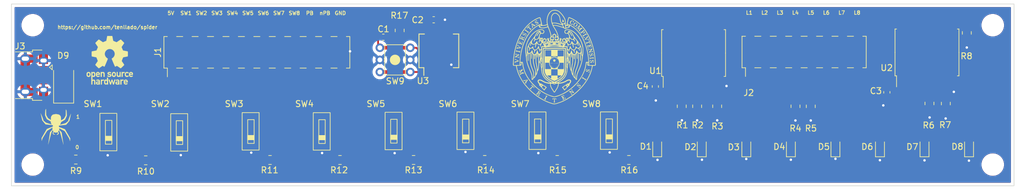
<source format=kicad_pcb>
(kicad_pcb (version 20211014) (generator pcbnew)
  (layers (0 "F.Cu" signal) (31 "B.Cu" signal) (34 "B.Paste" user) (35 "F.Paste" user) (36 "B.SilkS" user "B.Silkscreen") (37 "F.SilkS" user "F.Silkscreen") (38 "B.Mask" user) (39 "F.Mask" user) (44 "Edge.Cuts" user))
  (net 0 "")
  (net 1 "Net-(C1-Pad1)")
  (net 2 "Net-(C1-Pad2)")
  (net 3 "VCC")
  (net 4 "GND")
  (net 5 "Net-(D1-Pad2)")
  (net 6 "Net-(D2-Pad2)")
  (net 7 "Net-(D3-Pad2)")
  (net 8 "Net-(D4-Pad2)")
  (net 9 "Net-(D5-Pad2)")
  (net 10 "Net-(D6-Pad2)")
  (net 11 "Net-(D7-Pad2)")
  (net 12 "Net-(D8-Pad2)")
  (net 13 "Net-(D9-Pad2)")
  (net 14 "/SW1")
  (net 15 "/SW2")
  (net 16 "/SW3")
  (net 17 "/SW4")
  (net 18 "/SW5")
  (net 19 "/SW6")
  (net 20 "/SW7")
  (net 21 "/SW8")
  (net 22 "/PB1")
  (net 23 "/nPB1")
  (net 24 "/LED1")
  (net 25 "/LED2")
  (net 26 "/LED3")
  (net 27 "/LED4")
  (net 28 "/LED5")
  (net 29 "/LED6")
  (net 30 "/LED7")
  (net 31 "/LED8")
  (net 32 "Net-(R9-Pad2)")
  (net 33 "Net-(R10-Pad2)")
  (net 34 "Net-(R11-Pad2)")
  (net 35 "Net-(R12-Pad2)")
  (net 36 "Net-(R13-Pad2)")
  (net 37 "Net-(R14-Pad2)")
  (net 38 "Net-(R15-Pad2)")
  (net 39 "Net-(R16-Pad2)")
  (net 47 "Net-(SW9-Pad1)")
  (footprint "spider:SW_DPDT" (layer "F.Cu") (at 124.743214 70.9099 90)
    (fp_text reference "SW6")
    (fp_text value "SW_DPDT_x2")
  )
  (footprint "LED_SMD:LED_0603_1608Metric_Pad1.05x0.95mm_HandSolder" (layer "F.Cu") (at 207.59932 73.5533 90)
    (fp_text reference "D8")
    (fp_text value "z")
  )
  (footprint "spider:SW_DPDT" (layer "F.Cu") (at 112.918156 70.9499 90)
    (fp_text reference "SW5")
    (fp_text value "SW_DPDT_x2")
  )
  (footprint "Resistor_SMD:R_0805_2012Metric_Pad1.20x1.40mm_HandSolder" (layer "F.Cu") (at 104.0691 75.7359)
    (fp_text reference "R12")
    (fp_text value "1K")
  )
  (footprint "LED_SMD:LED_0603_1608Metric_Pad1.05x0.95mm_HandSolder" (layer "F.Cu") (at 192.935508 73.5533 90)
    (fp_text reference "D6")
    (fp_text value "z")
  )
  (footprint "Resistor_SMD:R_0805_2012Metric_Pad1.20x1.40mm_HandSolder" (layer "F.Cu") (at 166.147877 66.8751 -90)
    (fp_text reference "R3")
    (fp_text value "3.3K")
  )
  (footprint "LED_SMD:LED_0603_1608Metric_Pad1.05x0.95mm_HandSolder" (layer "F.Cu") (at 170.93979 73.5533 90)
    (fp_text reference "D3")
    (fp_text value "z")
  )
  (footprint "spider:SW_DPDT" (layer "F.Cu") (at 65.9678 71.1277 90)
    (fp_text reference "SW1")
    (fp_text value "SW_DPDT_x2")
  )
  (footprint "Connector_USB:USB_Micro-B_Amphenol_10103594-0001LF_Horizontal" (layer "F.Cu") (at 53.396 61.7766 -90)
    (fp_text reference "J3")
    (fp_text value "USB_B_Micro")
  )
  (footprint "MountingHole:MountingHole_2.7mm_M2.5" (layer "F.Cu") (at 211.5 53.5)
    (fp_text reference "H3" hide)
    (fp_text value "MountingHole")
  )
  (footprint "spider:SW_DPDT" (layer "F.Cu") (at 148.3507 70.8845 90)
    (fp_text reference "SW8")
    (fp_text value "SW_DPDT_x2")
  )
  (footprint "Package_SO:SSOP-14_5.3x6.2mm_P0.65mm" (layer "F.Cu") (at 120.34 57.732949 90)
    (fp_text reference "U3")
    (fp_text value "74LS14")
  )
  (footprint "Resistor_SMD:R_0805_2012Metric_Pad1.20x1.40mm_HandSolder" (layer "F.Cu") (at 207.227014 54.7687 -90)
    (fp_text reference "R8")
    (fp_text value "3.3K")
  )
  (footprint "MountingHole:MountingHole_2.7mm_M2.5" (layer "F.Cu") (at 211.5 76.5)
    (fp_text reference "H4" hide)
    (fp_text value "MountingHole")
  )
  (footprint "LED_SMD:LED_0603_1608Metric_Pad1.05x0.95mm_HandSolder" (layer "F.Cu") (at 185.603602 73.5533 90)
    (fp_text reference "D5")
    (fp_text value "z")
  )
  (footprint "Package_SO:SOIC-16W_7.5x10.3mm_P1.27mm" (layer "F.Cu") (at 200.673814 57.9945 90)
    (fp_text reference "U2")
    (fp_text value "CD4050")
  )
  (footprint "Resistor_SMD:R_0805_2012Metric_Pad1.20x1.40mm_HandSolder" (layer "F.Cu") (at 162.853214 66.8751 -90)
    (fp_text reference "R2")
    (fp_text value "3.3K")
  )
  (footprint "spider:SW_DPDT" (layer "F.Cu") (at 101.0881 71.0115 90)
    (fp_text reference "SW4")
    (fp_text value "SW_DPDT_x2")
  )
  (footprint "Capacitor_SMD:C_0603_1608Metric_Pad1.08x0.95mm_HandSolder" (layer "F.Cu") (at 194.069814 64.5731 -90)
    (fp_text reference "C3")
    (fp_text value "0.1uF")
  )
  (footprint "Resistor_SMD:R_0805_2012Metric_Pad1.20x1.40mm_HandSolder" (layer "F.Cu") (at 113.893 54.362949 -90)
    (fp_text reference "R17")
    (fp_text value "3.3K")
  )
  (footprint "spider:SW_DPDT" (layer "F.Cu") (at 136.594128 70.8939 90)
    (fp_text reference "SW7")
    (fp_text value "SW_DPDT_x2")
  )
  (footprint "Package_SO:SOIC-16W_7.5x10.3mm_P1.27mm" (layer "F.Cu") (at 162.269014 58.0961 90)
    (fp_text reference "U1")
    (fp_text value "CD4050")
  )
  (footprint "spider:TL2230OAF140" (layer "F.Cu") (at 113.131 59.220949 90)
    (fp_text reference "SW9")
    (fp_text value "SW_Push_DPDT")
  )
  (footprint "Capacitor_SMD:C_0603_1608Metric_Pad1.08x0.95mm_HandSolder" (layer "F.Cu") (at 119.491628 52.602149)
    (fp_text reference "C2")
    (fp_text value "0.1uF")
  )
  (footprint "Resistor_SMD:R_0805_2012Metric_Pad1.20x1.40mm_HandSolder" (layer "F.Cu") (at 60.590528 75.6691)
    (fp_text reference "R9")
    (fp_text value "1K")
  )
  (footprint "Connector_PinHeader_2.54mm:PinHeader_2x12_P2.54mm_Vertical_SMD" (layer "F.Cu") (at 90.384086 57.9761 90)
    (fp_text reference "J1")
    (fp_text value "Conn_02x12_Odd_Even")
  )
  (footprint "Resistor_SMD:R_0805_2012Metric_Pad1.20x1.40mm_HandSolder" (layer "F.Cu") (at 92.5563 75.7359)
    (fp_text reference "R11")
    (fp_text value "1K")
  )
  (footprint "Capacitor_SMD:C_0603_1608Metric_Pad1.08x0.95mm_HandSolder" (layer "F.Cu") (at 155.969814 63.6068 -90)
    (fp_text reference "C4")
    (fp_text value "0.1uF")
  )
  (footprint "Resistor_SMD:R_0805_2012Metric_Pad1.20x1.40mm_HandSolder" (layer "F.Cu") (at 151.6113 75.7359)
    (fp_text reference "R16")
    (fp_text value "1K")
  )
  (footprint "spider:spider_logo" (layer "F.Cu") (at 57.3 70.25)
    (fp_text reference "LOGO3" hide)
    (fp_text value "Logo Spider" hide)
  )
  (footprint "Resistor_SMD:R_0805_2012Metric_Pad1.20x1.40mm_HandSolder" (layer "F.Cu") (at 201.080214 66.4113 -90)
    (fp_text reference "R6")
    (fp_text value "3.3K")
  )
  (footprint "LED_SMD:LED_0603_1608Metric_Pad1.05x0.95mm_HandSolder" (layer "F.Cu") (at 200.267414 73.5533 90)
    (fp_text reference "D7")
    (fp_text value "z")
  )
  (footprint "spider:UCMLogo_169_169" (layer "F.Cu") (at 139.504514 58.9865)
    (fp_text reference "LOGO1" hide)
    (fp_text value "Logo UCM" hide)
  )
  (footprint "MountingHole:MountingHole_2.7mm_M2.5" (layer "F.Cu") (at 53.5 76.5)
    (fp_text reference "H2" hide)
    (fp_text value "MountingHole")
  )
  (footprint "Resistor_SMD:R_0805_2012Metric_Pad1.20x1.40mm_HandSolder" (layer "F.Cu") (at 139.8163 75.7359)
    (fp_text reference "R15")
    (fp_text value "1K")
  )
  (footprint "LED_SMD:LED_0603_1608Metric_Pad1.05x0.95mm_HandSolder" (layer "F.Cu") (at 163.607884 73.5533 90)
    (fp_text reference "D2")
    (fp_text value "z")
  )
  (footprint "Resistor_SMD:R_0805_2012Metric_Pad1.20x1.40mm_HandSolder" (layer "F.Cu") (at 160.313214 66.8751 -90)
    (fp_text reference "R1")
    (fp_text value "3.3K")
  )
  (footprint "Resistor_SMD:R_0805_2012Metric_Pad1.20x1.40mm_HandSolder" (layer "F.Cu") (at 203.772614 66.4273 -90)
    (fp_text reference "R7")
    (fp_text value "3.3K")
  )
  (footprint "Resistor_SMD:R_0805_2012Metric_Pad1.20x1.40mm_HandSolder" (layer "F.Cu") (at 116.1783 75.7359)
    (fp_text reference "R13")
    (fp_text value "1K")
  )
  (footprint "LED_SMD:LED_0603_1608Metric_Pad1.05x0.95mm_HandSolder" (layer "F.Cu") (at 178.271696 73.5533 90)
    (fp_text reference "D4")
    (fp_text value "z")
  )
  (footprint "Resistor_SMD:R_0805_2012Metric_Pad1.20x1.40mm_HandSolder" (layer "F.Cu") (at 72.096728 75.7961)
    (fp_text reference "R10")
    (fp_text value "1K")
  )
  (footprint "spider:SW_DPDT" (layer "F.Cu") (at 77.6303 71.1785 90)
    (fp_text reference "SW2")
    (fp_text value "SW_DPDT_x2")
  )
  (footprint "spider:SW_DPDT" (layer "F.Cu") (at 89.390314 71.0007 90)
    (fp_text reference "SW3")
    (fp_text value "SW_DPDT_x2")
  )
  (footprint "Resistor_SMD:R_0805_2012Metric_Pad1.20x1.40mm_HandSolder" (layer "F.Cu") (at 127.8877 75.7359)
    (fp_text reference "R14")
    (fp_text value "1K")
  )
  (footprint "LED_SMD:LED_0603_1608Metric_Pad1.05x0.95mm_HandSolder" (layer "F.Cu") (at 156.275978 73.5533 90)
    (fp_text reference "D1")
    (fp_text value "z")
  )
  (footprint "Resistor_SMD:R_0805_2012Metric_Pad1.20x1.40mm_HandSolder" (layer "F.Cu") (at 179.033014 66.8751 -90)
    (fp_text reference "R4")
    (fp_text value "3.3K")
  )
  (footprint "Diode_SMD:D_SMA" (layer "F.Cu") (at 58.59 62.95 90)
    (fp_text reference "D9")
    (fp_text value "~")
  )
  (footprint "Resistor_SMD:R_0805_2012Metric_Pad1.20x1.40mm_HandSolder" (layer "F.Cu") (at 181.547614 66.8845 -90)
    (fp_text reference "R5")
    (fp_text value "3.3K")
  )
  (footprint "MountingHole:MountingHole_2.7mm_M2.5" (layer "F.Cu") (at 53.5 53.5)
    (fp_text reference "H1" hide)
    (fp_text value "MountingHole")
  )
  (footprint "Connector_PinHeader_2.54mm:PinHeader_2x08_P2.54mm_Vertical_SMD" (layer "F.Cu") (at 180.455414 57.9183 90)
    (fp_text reference "J2")
    (fp_text value "Conn_02x08_Odd_Even")
  )
  (footprint "Capacitor_SMD:C_0603_1608Metric_Pad1.08x0.95mm_HandSolder" (layer "F.Cu") (at 111.2006 55.480549)
    (fp_text reference "C1")
    (fp_text value "0.1uF")
  )
  (footprint "Symbol:OSHW-Logo_7.5x8mm_SilkScreen" (layer "F.Cu") (at 66.17 59.28)
    (fp_text reference "LOGO2" hide)
    (fp_text value "Logo OpenHW" hide)
  )
  (gr_rect (start 50 50) (end 215 80) (layer "Edge.Cuts") (width 0.1) (fill none))
  (gr_text "SW4" (at 86.367257 51.5095) (layer "F.SilkS") (effects (font (size 0.6 0.6) (thickness 0.12))))
  (gr_text "L4" (at 179.025756 51.4413) (layer "F.SilkS") (effects (font (size 0.6 0.6) (thickness 0.12))))
  (gr_text "L5" (at 181.562127 51.4413) (layer "F.SilkS") (effects (font (size 0.6 0.6) (thickness 0.12))))
  (gr_text "https://github.com/tenllado/spider" (at 65.79 53.83) (layer "F.SilkS") (effects (font (size 0.6 0.6) (thickness 0.12))))
  (gr_text "SW1" (at 78.725486 51.5095) (layer "F.SilkS") (effects (font (size 0.6 0.6) (thickness 0.12))))
  (gr_text "0" (at 60.8166 73.6473) (layer "F.SilkS") (effects (font (size 0.6 0.6) (thickness 0.12))))
  (gr_text "5V" (at 76.236286 51.5095) (layer "F.SilkS") (effects (font (size 0.6 0.6) (thickness 0.12))))
  (gr_text "SW6" (at 91.461771 51.5095) (layer "F.SilkS") (effects (font (size 0.6 0.6) (thickness 0.12))))
  (gr_text "SW8" (at 96.556286 51.5095) (layer "F.SilkS") (effects (font (size 0.6 0.6) (thickness 0.12))))
  (gr_text "L6" (at 184.098498 51.4413) (layer "F.SilkS") (effects (font (size 0.6 0.6) (thickness 0.12))))
  (gr_text "SW7" (at 94.009028 51.5095) (layer "F.SilkS") (effects (font (size 0.6 0.6) (thickness 0.12))))
  (gr_text "L7" (at 186.634869 51.4413) (layer "F.SilkS") (effects (font (size 0.6 0.6) (thickness 0.12))))
  (gr_text "SW3" (at 83.82 51.5095) (layer "F.SilkS") (effects (font (size 0.6 0.6) (thickness 0.12))))
  (gr_text "L3" (at 176.489385 51.4413) (layer "F.SilkS") (effects (font (size 0.6 0.6) (thickness 0.12))))
  (gr_text "SW5" (at 88.914514 51.5095) (layer "F.SilkS") (effects (font (size 0.6 0.6) (thickness 0.12))))
  (gr_text "GND" (at 104.125486 51.5095) (layer "F.SilkS") (effects (font (size 0.6 0.6) (thickness 0.12))))
  (gr_text "L1" (at 171.416643 51.4413) (layer "F.SilkS") (effects (font (size 0.6 0.6) (thickness 0.12))))
  (gr_text "nPB" (at 101.585486 51.5095) (layer "F.SilkS") (effects (font (size 0.6 0.6) (thickness 0.12))))
  (gr_text "L8" (at 189.171243 51.4413) (layer "F.SilkS") (effects (font (size 0.6 0.6) (thickness 0.12))))
  (gr_text "PB" (at 99.096286 51.5095) (layer "F.SilkS") (effects (font (size 0.6 0.6) (thickness 0.12))))
  (gr_text "L2" (at 173.953014 51.4413) (layer "F.SilkS") (effects (font (size 0.6 0.6) (thickness 0.12))))
  (gr_text "SW2" (at 81.272743 51.5095) (layer "F.SilkS") (effects (font (size 0.6 0.6) (thickness 0.12))))
  (gr_text "1" (at 60.9436 68.6181) (layer "F.SilkS") (effects (font (size 0.6 0.6) (thickness 0.12))))
  (segment (start 116.620949 57.220949) (end 119.69 60.29) (width 0.3) (layer "F.Cu") (net 1))
  (segment (start 115.631 57.220949) (end 110.631 57.220949) (width 0.6) (layer "F.Cu") (net 1))
  (segment (start 110.3381 55.480549) (end 110.3381 56.928049) (width 0.3) (layer "F.Cu") (net 1))
  (segment (start 119.04 61.182949) (end 119.69 61.182949) (width 0.3) (layer "F.Cu") (net 1))
  (segment (start 115.631 57.220949) (end 116.620949 57.220949) (width 0.3) (layer "F.Cu") (net 1))
  (segment (start 110.3381 56.928049) (end 110.631 57.220949) (width 0.3) (layer "F.Cu") (net 1))
  (segment (start 119.69 60.29) (end 119.69 61.182949) (width 0.3) (layer "F.Cu") (net 1))
  (segment (start 115.122231 55.73198) (end 116.951031 55.73198) (width 0.3) (layer "F.Cu") (net 2))
  (segment (start 113.893 55.362949) (end 114.7532 55.362949) (width 0.3) (layer "F.Cu") (net 2))
  (segment (start 116.951031 55.73198) (end 120.99 59.770949) (width 0.3) (layer "F.Cu") (net 2))
  (segment (start 120.99 59.770949) (end 120.99 61.182949) (width 0.3) (layer "F.Cu") (net 2))
  (segment (start 113.7754 55.480549) (end 113.893 55.362949) (width 0.3) (layer "F.Cu") (net 2))
  (segment (start 114.7532 55.362949) (end 115.122231 55.73198) (width 0.3) (layer "F.Cu") (net 2))
  (segment (start 112.0631 55.480549) (end 113.7754 55.480549) (width 0.3) (layer "F.Cu") (net 2))
  (segment (start 118.411028 54.181949) (end 118.411028 52.820249) (width 0.4) (layer "F.Cu") (net 3))
  (segment (start 118.601528 52.602149) (end 118.576128 52.576749) (width 0.3) (layer "F.Cu") (net 3))
  (segment (start 76.414086 55.4511) (end 76.414086 60.5011) (width 1) (layer "F.Cu") (net 3))
  (segment (start 118.39 54.202977) (end 118.411028 54.181949) (width 0.4) (layer "F.Cu") (net 3))
  (segment (start 118.411028 52.820249) (end 118.629128 52.602149) (width 0.4) (layer "F.Cu") (net 3))
  (segment (start 118.629128 52.602149) (end 118.601528 52.602149) (width 0.3) (layer "F.Cu") (net 3))
  (segment (start 118.39 54.282949) (end 118.39 54.202977) (width 0.4) (layer "F.Cu") (net 3))
  (segment (start 113.0487 74.5929) (end 113.0633 74.6075) (width 1.2) (layer "F.Cu") (net 4))
  (segment (start 155.969814 64.4693) (end 155.972014 64.4693) (width 0.4) (layer "F.Cu") (net 4))
  (segment (start 207.59932 74.4283) (end 207.59932 75.83366) (width 0.6) (layer "F.Cu") (net 4))
  (segment (start 101.106158 73.5115) (end 103.8381 73.5115) (width 1.2) (layer "F.Cu") (net 4))
  (segment (start 192.935508 75.765472) (end 192.92648 75.7745) (width 0.6) (layer "F.Cu") (net 4))
  (segment (start 201.080214 67.4113) (end 201.080214 68.6973) (width 0.4) (layer "F.Cu") (net 4))
  (segment (start 89.448286 73.5007) (end 92.140314 73.5007) (width 1.2) (layer "F.Cu") (net 4))
  (segment (start 160.338614 67.9005) (end 160.313214 67.8751) (width 0.4) (layer "F.Cu") (net 4))
  (segment (start 200.267414 75.799566) (end 200.26708 75.7999) (width 0.6) (layer "F.Cu") (net 4))
  (segment (start 98.3381 73.5115) (end 101.106158 73.5115) (width 1.2) (layer "F.Cu") (net 4))
  (segment (start 192.935508 74.4283) (end 192.935508 75.765472) (width 0.6) (layer "F.Cu") (net 4))
  (segment (start 178.271696 75.697284) (end 178.27068 75.6983) (width 0.6) (layer "F.Cu") (net 4))
  (segment (start 166.714014 62.7461) (end 166.893614 62.7461) (width 0.4) (layer "F.Cu") (net 4))
  (segment (start 77.855186 73.6785) (end 80.3803 73.6785) (width 1.2) (layer "F.Cu") (net 4))
  (segment (start 200.267414 74.4283) (end 200.267414 75.799566) (width 0.6) (layer "F.Cu") (net 4))
  (segment (start 162.853214 69.1959) (end 162.853214 67.8751) (width 0.4) (layer "F.Cu") (net 4))
  (segment (start 86.640314 73.5007) (end 89.448286 73.5007) (width 1.2) (layer "F.Cu") (net 4))
  (segment (start 185.603602 75.538222) (end 185.61128 75.5459) (width 0.6) (layer "F.Cu") (net 4))
  (segment (start 155.995214 64.4461) (end 156.046014 64.4969) (width 0.4) (layer "F.Cu") (net 4))
  (segment (start 122.29 61.182949) (end 122.29 60.114049) (width 0.3) (layer "F.Cu") (net 4))
  (segment (start 179.023645 67.884469) (end 179.033014 67.8751) (width 0.4) (layer "F.Cu") (net 4))
  (segment (start 104.354086 57.8087) (end 104.354086 60.5011) (width 1) (layer "F.Cu") (net 4))
  (segment (start 52.281 59.0216) (end 52.281 64.4816) (width 1.6) (layer "F.Cu") (net 4))
  (segment (start 205.118814 62.6445) (end 205.118814 64.4715) (width 0.4) (layer "F.Cu") (net 4))
  (segment (start 124.710644 73.4099) (end 124.710644 74.4043) (width 1.2) (layer "F.Cu") (net 4))
  (segment (start 133.844128 73.3939) (end 136.721044 73.3939) (width 1.2) (layer "F.Cu") (net 4))
  (segment (start 145.6007 73.3845) (end 148.4415 73.3845) (width 1.2) (layer "F.Cu") (net 4))
  (segment (start 77.855186 73.6785) (end 77.855186 74.9231) (width 1.2) (layer "F.Cu") (net 4))
  (segment (start 104.354086 55.4511) (end 104.354086 57.8087) (width 1) (layer "F.Cu") (net 4))
  (segment (start 156.275978 74.4283) (end 156.275978 75.674598) (width 0.6) (layer "F.Cu") (net 4))
  (segment (start 178.271696 74.4283) (end 178.271696 75.697284) (width 0.6) (layer "F.Cu") (net 4))
  (segment (start 163.607884 75.665904) (end 163.64028 75.6983) (width 0.6) (layer "F.Cu") (net 4))
  (segment (start 160.338614 69.1959) (end 160.338614 67.9005) (width 0.4) (layer "F.Cu") (net 4))
  (segment (start 113.0487 73.4499) (end 115.668156 73.4499) (width 1.2) (layer "F.Cu") (net 4))
  (segment (start 124.710644 73.4099) (end 127.493214 73.4099) (width 1.2) (layer "F.Cu") (net 4))
  (segment (start 74.8803 73.6785) (end 77.855186 73.6785) (width 1.2) (layer "F.Cu") (net 4))
  (segment (start 77.855186 74.9231) (end 77.869786 74.9377) (width 1.2) (layer "F.Cu") (net 4))
  (segment (start 110.168156 73.4499) (end 113.0487 73.4499) (width 1.2) (layer "F.Cu") (net 4))
  (segment (start 170.93979 74.4283) (end 170.93979 75.56159) (width 0.6) (layer "F.Cu") (net 4))
  (segment (start 55.161 64.0516) (end 55.281 64.1716) (width 0.4) (layer "F.Cu") (net 4))
  (segment (start 155.972014 64.4693) (end 155.995214 64.4461) (width 0.4) (layer "F.Cu") (net 4))
  (segment (start 120.354128 52.602149) (end 121.344728 52.602149) (width 0.3) (layer "F.Cu") (net 4))
  (segment (start 203.772614 68.8657) (end 203.747214 68.8911) (width 0.4) (layer "F.Cu") (net 4))
  (segment (start 181.546939 67.885175) (end 181.547614 67.8845) (width 0.4) (layer "F.Cu") (net 4))
  (segment (start 194.069814 66.1479) (end 193.485614 66.7321) (width 0.4) (layer "F.Cu") (net 4))
  (segment (start 148.4415 74.4805) (end 148.4523 74.4913) (width 1.2) (layer "F.Cu") (net 4))
  (segment (start 170.93979 75.56159) (end 170.93008 75.5713) (width 0.6) (layer "F.Cu") (net 4))
  (segment (start 89.448286 73.5007) (end 89.448286 74.5167) (width 1.2) (layer "F.Cu") (net 4))
  (segment (start 55.161 63.0516) (end 55.161 64.0516) (width 0.4) (layer "F.Cu") (net 4))
  (segment (start 166.155214 67.882437) (end 166.147877 67.8751) (width 0.4) (layer "F.Cu") (net 4))
  (segment (start 203.772614 67.4273) (end 203.772614 68.8657) (width 0.4) (layer "F.Cu") (net 4))
  (segment (start 101.106158 74.5783) (end 101.120758 74.5929) (width 1.2) (layer "F.Cu") (net 4))
  (segment (start 166.155214 69.1959) (end 166.155214 67.882437) (width 0.4) (layer "F.Cu") (net 4))
  (segment (start 156.275978 75.674598) (end 156.32508 75.7237) (width 0.6) (layer "F.Cu") (net 4))
  (segment (start 156.046014 64.4969) (end 156.046014 65.9193) (width 0.4) (layer "F.Cu") (net 4))
  (segment (start 104.354086 57.8087) (end 105.725686 57.8087) (width 0.4) (layer "F.Cu") (net 4))
  (segment (start 148.4415 73.3845) (end 151.1007 73.3845) (width 1.2) (layer "F.Cu") (net 4))
  (segment (start 166.893614 62.7461) (end 167.679214 63.5317) (width 0.4) (layer "F.Cu") (net 4))
  (segment (start 163.607884 74.4283) (end 163.607884 75.665904) (width 0.6) (layer "F.Cu") (net 4))
  (segment (start 122.29 60.114049) (end 122.3895 60.014549) (width 0.3) (layer "F.Cu") (net 4))
  (segment (start 194.069814 65.4356) (end 194.069814 66.1479) (width 0.4) (layer "F.Cu") (net 4))
  (segment (start 179.023645 69.2213) (end 179.023645 67.884469) (width 0.4) (layer "F.Cu") (net 4))
  (segment (start 205.118814 64.4715) (end 205.093414 64.4969) (width 0.4) (layer "F.Cu") (net 4))
  (segment (start 201.080214 68.6973) (end 201.105614 68.7227) (width 0.4) (layer "F.Cu") (net 4))
  (segment (start 207.59932 75.83366) (end 207.58228 75.8507) (width 0.6) (layer "F.Cu") (net 4))
  (segment (start 207.227014 55.7687) (end 207.227014 57.1817) (width 0.4) (layer "F.Cu") (net 4))
  (segment (start 185.603602 74.4283) (end 185.603602 75.538222) (width 0.6) (layer "F.Cu") (net 4))
  (segment (start 136.721044 73.3939) (end 139.344128 73.3939) (width 1.2) (layer "F.Cu") (net 4))
  (segment (start 121.993214 73.4099) (end 124.710644 73.4099) (width 1.2) (layer "F.Cu") (net 4))
  (segment (start 65.83 74.9523) (end 65.8408 74.9631) (width 1.2) (layer "F.Cu") (net 4))
  (segment (start 113.0487 73.4499) (end 113.0487 74.5929) (width 1.2) (layer "F.Cu") (net 4))
  (segment (start 65.83 73.6277) (end 68.7178 73.6277) (width 1.2) (layer "F.Cu") (net 4))
  (segment (start 181.546939 69.2213) (end 181.546939 67.885175) (width 0.4) (layer "F.Cu") (net 4))
  (segment (start 148.4415 73.3845) (end 148.4415 74.4805) (width 1.2) (layer "F.Cu") (net 4))
  (segment (start 65.83 73.6277) (end 65.83 74.9523) (width 1.2) (layer "F.Cu") (net 4))
  (segment (start 136.721044 74.5915) (end 136.710244 74.6023) (width 1.2) (layer "F.Cu") (net 4))
  (segment (start 136.721044 73.3939) (end 136.721044 74.5915) (width 1.2) (layer "F.Cu") (net 4))
  (segment (start 63.2178 73.6277) (end 65.83 73.6277) (width 1.2) (layer "F.Cu") (net 4))
  (segment (start 89.448286 74.5167) (end 89.462886 74.5313) (width 1.2) (layer "F.Cu") (net 4))
  (segment (start 124.710644 74.4043) (end 124.721444 74.4151) (width 1.2) (layer "F.Cu") (net 4))
  (segment (start 101.106158 73.5115) (end 101.106158 74.5783) (width 1.2) (layer "F.Cu") (net 4))
  (via (at 136.710244 74.6023) (size 0.8) (drill 0.4) (layers "F.Cu" "B.Cu") (net 4))
  (via (at 121.344728 52.602149) (size 0.8) (drill 0.4) (layers "F.Cu" "B.Cu") (net 4))
  (via (at 179.023645 69.2213) (size 0.8) (drill 0.4) (layers "F.Cu" "B.Cu") (net 4))
  (via (at 156.32508 75.7237) (size 0.8) (drill 0.4) (layers "F.Cu" "B.Cu") (net 4))
  (via (at 200.26708 75.7999) (size 0.8) (drill 0.4) (layers "F.Cu" "B.Cu") (net 4))
  (via (at 77.869786 74.9377) (size 0.8) (drill 0.4) (layers "F.Cu" "B.Cu") (net 4))
  (via (at 170.93008 75.5713) (size 0.8) (drill 0.4) (layers "F.Cu" "B.Cu") (net 4))
  (via (at 181.546939 69.2213) (size 0.8) (drill 0.4) (layers "F.Cu" "B.Cu") (net 4))
  (via (at 207.227014 57.1817) (size 0.8) (drill 0.4) (layers "F.Cu" "B.Cu") (net 4))
  (via (at 185.61128 75.5459) (size 0.8) (drill 0.4) (layers "F.Cu" "B.Cu") (net 4))
  (via (at 192.92648 75.7745) (size 0.8) (drill 0.4) (layers "F.Cu" "B.Cu") (net 4))
  (via (at 166.155214 69.1959) (size 0.8) (drill 0.4) (layers "F.Cu" "B.Cu") (net 4))
  (via (at 122.3895 60.014549) (size 0.8) (drill 0.4) (layers "F.Cu" "B.Cu") (net 4))
  (via (at 65.8408 74.9631) (size 0.8) (drill 0.4) (layers "F.Cu" "B.Cu") (net 4))
  (via (at 178.27068 75.6983) (size 0.8) (drill 0.4) (layers "F.Cu" "B.Cu") (net 4))
  (via (at 207.58228 75.8507) (size 0.8) (drill 0.4) (layers "F.Cu" "B.Cu") (net 4))
  (via (at 148.4523 74.4913) (size 0.8) (drill 0.4) (layers "F.Cu" "B.Cu") (net 4))
  (via (at 105.725686 57.8087) (size 0.8) (drill 0.4) (layers "F.Cu" "B.Cu") (net 4))
  (via (at 162.853214 69.1959) (size 0.8) (drill 0.4) (layers "F.Cu" "B.Cu") (net 4))
  (via (at 156.046014 65.9193) (size 0.8) (drill 0.4) (layers "F.Cu" "B.Cu") (net 4))
  (via (at 89.462886 74.5313) (size 0.8) (drill 0.4) (layers "F.Cu" "B.Cu") (net 4))
  (via (at 205.093414 64.4969) (size 0.8) (drill 0.4) (layers "F.Cu" "B.Cu") (net 4))
  (via (at 113.0633 74.6075) (size 0.8) (drill 0.4) (layers "F.Cu" "B.Cu") (net 4))
  (via (at 101.120758 74.5929) (size 0.8) (drill 0.4) (layers "F.Cu" "B.Cu") (net 4))
  (via (at 163.64028 75.6983) (size 0.8) (drill 0.4) (layers "F.Cu" "B.Cu") (net 4))
  (via (at 167.679214 63.5317) (size 0.8) (drill 0.4) (layers "F.Cu" "B.Cu") (net 4))
  (via (at 201.105614 68.7227) (size 0.8) (drill 0.4) (layers "F.Cu" "B.Cu") (net 4))
  (via (at 160.338614 69.1959) (size 0.8) (drill 0.4) (layers "F.Cu" "B.Cu") (net 4))
  (via (at 193.485614 66.7321) (size 0.8) (drill 0.4) (layers "F.Cu" "B.Cu") (net 4))
  (via (at 203.747214 68.8911) (size 0.8) (drill 0.4) (layers "F.Cu" "B.Cu") (net 4))
  (via (at 124.721444 74.4151) (size 0.8) (drill 0.4) (layers "F.Cu" "B.Cu") (net 4))
  (segment (start 159.094014 62.7461) (end 159.094014 69.860264) (width 0.4) (layer "F.Cu") (net 5))
  (segment (start 159.094014 69.860264) (end 156.275978 72.6783) (width 0.4) (layer "F.Cu") (net 5))
  (segment (start 161.634014 62.7461) (end 161.634014 70.70443) (width 0.4) (layer "F.Cu") (net 6))
  (segment (start 161.634014 70.70443) (end 163.607884 72.6783) (width 0.4) (layer "F.Cu") (net 6))
  (segment (start 164.174014 62.7461) (end 164.174014 69.5769) (width 0.4) (layer "F.Cu") (net 7))
  (segment (start 167.275414 72.6783) (end 170.93979 72.6783) (width 0.4) (layer "F.Cu") (net 7))
  (segment (start 164.174014 69.5769) (end 167.275414 72.6783) (width 0.4) (layer "F.Cu") (net 7))
  (segment (start 165.444014 53.978238) (end 165.444014 53.4461) (width 0.4) (layer "F.Cu") (net 8))
  (segment (start 166.336396 54.87062) (end 165.444014 53.978238) (width 0.4) (layer "F.Cu") (net 8))
  (segment (start 178.271696 72.6783) (end 177.813814 72.220418) (width 0.4) (layer "F.Cu") (net 8))
  (segment (start 167.475694 54.87062) (end 166.336396 54.87062) (width 0.4) (layer "F.Cu") (net 8))
  (segment (start 177.534414 53.1431) (end 169.203214 53.1431) (width 0.4) (layer "F.Cu") (net 8))
  (segment (start 177.813814 53.4225) (end 177.534414 53.1431) (width 0.4) (layer "F.Cu") (net 8))
  (segment (start 177.813814 72.220418) (end 177.813814 53.4225) (width 0.4) (layer "F.Cu") (net 8))
  (segment (start 169.203214 53.1431) (end 167.475694 54.87062) (width 0.4) (layer "F.Cu") (net 8))
  (segment (start 197.498814 62.6445) (end 197.498814 63.84958) (width 0.4) (layer "F.Cu") (net 9))
  (segment (start 188.670094 72.6783) (end 185.603602 72.6783) (width 0.4) (layer "F.Cu") (net 9))
  (segment (start 197.498814 63.84958) (end 188.670094 72.6783) (width 0.4) (layer "F.Cu") (net 9))
  (segment (start 192.935508 70.838206) (end 192.935508 72.6783) (width 0.4) (layer "F.Cu") (net 10))
  (segment (start 200.038814 63.7349) (end 192.935508 70.838206) (width 0.4) (layer "F.Cu") (net 10))
  (segment (start 200.038814 62.6445) (end 200.038814 63.7349) (width 0.4) (layer "F.Cu") (net 10))
  (segment (start 202.578814 62.6445) (end 202.578814 70.3669) (width 0.4) (layer "F.Cu") (net 11))
  (segment (start 202.578814 70.3669) (end 200.267414 72.6783) (width 0.4) (layer "F.Cu") (net 11))
  (segment (start 203.848814 59.0613) (end 207.59932 62.811806) (width 0.4) (layer "F.Cu") (net 12))
  (segment (start 203.848814 53.3445) (end 203.848814 59.0613) (width 0.4) (layer "F.Cu") (net 12))
  (segment (start 207.59932 62.811806) (end 207.59932 72.6783) (width 0.4) (layer "F.Cu") (net 12))
  (segment (start 55.161 60.4516) (end 58.0916 60.4516) (width 0.4) (layer "F.Cu") (net 13))
  (segment (start 58.0916 60.4516) (end 58.59 60.95) (width 0.4) (layer "F.Cu") (net 13))
  (segment (start 78.954086 60.891414) (end 68.7178 71.1277) (width 0.4) (layer "F.Cu") (net 14))
  (segment (start 78.954086 55.4511) (end 78.954086 60.5011) (width 1) (layer "F.Cu") (net 14))
  (segment (start 78.954086 60.5011) (end 78.954086 60.891414) (width 0.4) (layer "F.Cu") (net 14))
  (segment (start 63.2178 71.1277) (end 68.7178 71.1277) (width 1.2) (layer "F.Cu") (net 14))
  (segment (start 82.029811 69.528989) (end 80.3803 71.1785) (width 0.4) (layer "F.Cu") (net 15))
  (segment (start 82.029811 61.036825) (end 82.029811 69.528989) (width 0.4) (layer "F.Cu") (net 15))
  (segment (start 81.494086 55.4511) (end 81.494086 60.5011) (width 1) (layer "F.Cu") (net 15))
  (segment (start 80.3803 71.1785) (end 74.8803 71.1785) (width 1.2) (layer "F.Cu") (net 15))
  (segment (start 81.494086 60.5011) (end 82.029811 61.036825) (width 0.4) (layer "F.Cu") (net 15))
  (segment (start 84.034086 55.4511) (end 84.034086 60.5011) (width 1) (layer "F.Cu") (net 16))
  (segment (start 86.640314 71.0007) (end 92.140314 71.0007) (width 1.2) (layer "F.Cu") (net 16))
  (segment (start 84.034086 68.394472) (end 86.640314 71.0007) (width 0.4) (layer "F.Cu") (net 16))
  (segment (start 84.034086 60.5011) (end 84.034086 68.394472) (width 0.4) (layer "F.Cu") (net 16))
  (segment (start 86.574086 60.5011) (end 86.574086 61.5761) (width 0.4) (layer "F.Cu") (net 17))
  (segment (start 89.166086 64.1681) (end 91.4947 64.1681) (width 0.4) (layer "F.Cu") (net 17))
  (segment (start 86.574086 55.4511) (end 86.574086 60.5011) (width 1) (layer "F.Cu") (net 17))
  (segment (start 98.3381 71.0115) (end 103.8381 71.0115) (width 1.2) (layer "F.Cu") (net 17))
  (segment (start 91.4947 64.1681) (end 98.3381 71.0115) (width 0.4) (layer "F.Cu") (net 17))
  (segment (start 86.574086 61.5761) (end 89.166086 64.1681) (width 0.4) (layer "F.Cu") (net 17))
  (segment (start 89.114086 60.742272) (end 95.740314 67.3685) (width 0.4) (layer "F.Cu") (net 18))
  (segment (start 89.114086 55.4511) (end 89.114086 60.5011) (width 1) (layer "F.Cu") (net 18))
  (segment (start 106.586756 67.3685) (end 110.168156 70.9499) (width 0.4) (layer "F.Cu") (net 18))
  (segment (start 89.114086 60.5011) (end 89.114086 60.742272) (width 0.4) (layer "F.Cu") (net 18))
  (segment (start 110.168156 70.9499) (end 115.668156 70.9499) (width 1.2) (layer "F.Cu") (net 18))
  (segment (start 95.740314 67.3685) (end 106.586756 67.3685) (width 0.4) (layer "F.Cu") (net 18))
  (segment (start 96.283794 66.76898) (end 116.636258 66.76898) (width 0.4) (layer "F.Cu") (net 19))
  (segment (start 121.993214 70.9099) (end 127.493214 70.9099) (width 1.2) (layer "F.Cu") (net 19))
  (segment (start 91.654086 62.139272) (end 96.283794 66.76898) (width 0.4) (layer "F.Cu") (net 19))
  (segment (start 120.777178 70.9099) (end 121.993214 70.9099) (width 0.4) (layer "F.Cu") (net 19))
  (segment (start 91.654086 55.4511) (end 91.654086 60.5011) (width 1) (layer "F.Cu") (net 19))
  (segment (start 116.636258 66.76898) (end 120.777178 70.9099) (width 0.4) (layer "F.Cu") (net 19))
  (segment (start 91.654086 60.5011) (end 91.654086 62.139272) (width 0.4) (layer "F.Cu") (net 19))
  (segment (start 94.194086 60.5011) (end 94.194086 63.587072) (width 0.4) (layer "F.Cu") (net 20))
  (segment (start 128.870928 65.9207) (end 133.844128 70.8939) (width 0.4) (layer "F.Cu") (net 20))
  (segment (start 94.194086 55.4511) (end 94.194086 60.5011) (width 1) (layer "F.Cu") (net 20))
  (segment (start 96.527714 65.9207) (end 128.870928 65.9207) (width 0.4) (layer "F.Cu") (net 20))
  (segment (start 133.844128 70.8939) (end 139.344128 70.8939) (width 1.2) (layer "F.Cu") (net 20))
  (segment (start 94.194086 63.587072) (end 96.527714 65.9207) (width 0.4) (layer "F.Cu") (net 20))
  (segment (start 96.734086 55.4511) (end 96.734086 60.5011) (width 1) (layer "F.Cu") (net 21))
  (segment (start 131.427803 67.394389) (end 142.110589 67.394389) (width 0.4) (layer "F.Cu") (net 21))
  (segment (start 129.141314 65.1079) (end 131.427803 67.394389) (width 0.4) (layer "F.Cu") (net 21))
  (segment (start 96.734086 60.5011) (end 96.734086 63.383872) (width 0.4) (layer "F.Cu") (net 21))
  (segment (start 142.110589 67.394389) (end 145.6007 70.8845) (width 0.4) (layer "F.Cu") (net 21))
  (segment (start 145.6007 70.8845) (end 151.1007 70.8845) (width 1.2) (layer "F.Cu") (net 21))
  (segment (start 98.458114 65.1079) (end 129.141314 65.1079) (width 0.4) (layer "F.Cu") (net 21))
  (segment (start 96.734086 63.383872) (end 98.458114 65.1079) (width 0.4) (layer "F.Cu") (net 21))
  (segment (start 122.9054 53.399327) (end 122.794022 53.287949) (width 0.3) (layer "F.Cu") (net 22))
  (segment (start 99.274086 60.5011) (end 101.379966 62.60698) (width 0.25) (layer "F.Cu") (net 22))
  (segment (start 121.64 53.613549) (end 121.64 54.282949) (width 0.3) (layer "F.Cu") (net 22))
  (segment (start 121.64 61.182949) (end 121.64 56.686949) (width 0.3) (layer "F.Cu") (net 22))
  (segment (start 99.274086 55.4511) (end 99.274086 60.5011) (width 1) (layer "F.Cu") (net 22))
  (segment (start 121.64 61.981971) (end 121.64 61.182949) (width 0.25) (layer "F.Cu") (net 22))
  (segment (start 122.794022 53.287949) (end 121.9656 53.287949) (width 0.3) (layer "F.Cu") (net 22))
  (segment (start 121.9656 53.287949) (end 121.64 53.613549) (width 0.3) (layer "F.Cu") (net 22))
  (segment (start 121.014991 62.60698) (end 121.64 61.981971) (width 0.25) (layer "F.Cu") (net 22))
  (segment (start 121.64 56.686949) (end 122.9054 55.421549) (width 0.3) (layer "F.Cu") (net 22))
  (segment (start 101.379966 62.60698) (end 121.014991 62.60698) (width 0.25) (layer "F.Cu") (net 22))
  (segment (start 122.9054 55.421549) (end 122.9054 53.399327) (width 0.3) (layer "F.Cu") (net 22))
  (segment (start 105.967008 54.34) (end 117.18 54.34) (width 0.25) (layer "F.Cu") (net 23))
  (segment (start 122.29 54.894511) (end 122.29 54.282949) (width 0.25) (layer "F.Cu") (net 23))
  (segment (start 101.814086 55.4511) (end 101.814086 60.5011) (width 1) (layer "F.Cu") (net 23))
  (segment (start 101.814086 55.4511) (end 103.713597 53.551589) (width 0.25) (layer "F.Cu") (net 23))
  (segment (start 118.04746 55.20746) (end 121.977051 55.20746) (width 0.25) (layer "F.Cu") (net 23))
  (segment (start 105.178597 53.551589) (end 105.967008 54.34) (width 0.25) (layer "F.Cu") (net 23))
  (segment (start 103.713597 53.551589) (end 105.178597 53.551589) (width 0.25) (layer "F.Cu") (net 23))
  (segment (start 121.977051 55.20746) (end 122.29 54.894511) (width 0.25) (layer "F.Cu") (net 23))
  (segment (start 117.18 54.34) (end 118.04746 55.20746) (width 0.25) (layer "F.Cu") (net 23))
  (segment (start 171.565414 55.3933) (end 170.712214 55.3933) (width 0.4) (layer "F.Cu") (net 24))
  (segment (start 171.565414 55.3933) (end 171.565414 60.4433) (width 0.4) (layer "F.Cu") (net 24))
  (segment (start 161.880996 60.69698) (end 160.364014 62.213962) (width 0.4) (layer "F.Cu") (net 24))
  (segment (start 170.712214 55.3933) (end 165.408534 60.69698) (width 0.4) (layer "F.Cu") (net 24))
  (segment (start 160.364014 62.213962) (end 160.364014 62.7461) (width 0.4) (layer "F.Cu") (net 24))
  (segment (start 160.364014 62.7461) (end 160.364014 65.9099) (width 0.4) (layer "F.Cu") (net 24))
  (segment (start 165.408534 60.69698) (end 161.880996 60.69698) (width 0.4) (layer "F.Cu") (net 24))
  (segment (start 163.821476 61.2965) (end 162.904014 62.213962) (width 0.4) (layer "F.Cu") (net 25))
  (segment (start 173.205414 62.4183) (end 168.369214 62.4183) (width 0.4) (layer "F.Cu") (net 25))
  (segment (start 174.105414 61.5183) (end 173.205414 62.4183) (width 0.4) (layer "F.Cu") (net 25))
  (segment (start 174.105414 60.4433) (end 174.105414 61.5183) (width 0.4) (layer "F.Cu") (net 25))
  (segment (start 162.904014 62.213962) (end 162.904014 62.7461) (width 0.4) (layer "F.Cu") (net 25))
  (segment (start 167.247414 61.2965) (end 163.821476 61.2965) (width 0.4) (layer "F.Cu") (net 25))
  (segment (start 162.904014 62.7461) (end 162.904014 65.8845) (width 0.4) (layer "F.Cu") (net 25))
  (segment (start 168.369214 62.4183) (end 167.247414 61.2965) (width 0.4) (layer "F.Cu") (net 25))
  (segment (start 174.105414 55.3933) (end 174.105414 60.4433) (width 0.4) (layer "F.Cu") (net 25))
  (segment (start 165.444014 62.7461) (end 165.444014 63.8873) (width 0.4) (layer "F.Cu") (net 26))
  (segment (start 176.645414 60.4433) (end 176.645414 62.7697) (width 0.4) (layer "F.Cu") (net 26))
  (segment (start 165.901214 64.3445) (end 166.206014 64.6493) (width 0.4) (layer "F.Cu") (net 26))
  (segment (start 166.147877 65.8337) (end 166.147877 64.591163) (width 0.4) (layer "F.Cu") (net 26))
  (segment (start 174.765814 64.6493) (end 166.206014 64.6493) (width 0.4) (layer "F.Cu") (net 26))
  (segment (start 176.645414 55.3933) (end 176.645414 60.4433) (width 0.4) (layer "F.Cu") (net 26))
  (segment (start 176.645414 62.7697) (end 174.765814 64.6493) (width 0.4) (layer "F.Cu") (net 26))
  (segment (start 165.444014 63.8873) (end 165.901214 64.3445) (width 0.4) (layer "F.Cu") (net 26))
  (segment (start 166.147877 64.591163) (end 165.901214 64.3445) (width 0.4) (layer "F.Cu") (net 26))
  (segment (start 166.714014 53.4461) (end 167.829814 52.3303) (width 0.4) (layer "F.Cu") (net 27))
  (segment (start 179.185414 55.3933) (end 179.185414 60.4433) (width 0.4) (layer "F.Cu") (net 27))
  (segment (start 179.185414 53.5241) (end 179.185414 55.3933) (width 0.4) (layer "F.Cu") (net 27))
  (segment (start 179.185414 60.4433) (end 179.185414 65.7227) (width 0.4) (layer "F.Cu") (net 27))
  (segment (start 167.829814 52.3303) (end 177.991614 52.3303) (width 0.4) (layer "F.Cu") (net 27))
  (segment (start 179.185414 65.7227) (end 179.033014 65.8751) (width 0.4) (layer "F.Cu") (net 27))
  (segment (start 177.991614 52.3303) (end 179.185414 53.5241) (width 0.4) (layer "F.Cu") (net 27))
  (segment (start 197.521152 60.8647) (end 198.768814 62.112362) (width 0.4) (layer "F.Cu") (net 28))
  (segment (start 181.725414 60.4433) (end 181.725414 65.7067) (width 0.4) (layer "F.Cu") (net 28))
  (segment (start 193.825464 60.8647) (end 197.521152 60.8647) (width 0.4) (layer "F.Cu") (net 28))
  (segment (start 184.854854 63.68934) (end 191.000823 63.68934) (width 0.4) (layer "F.Cu") (net 28))
  (segment (start 181.725414 65.7067) (end 181.547614 65.8845) (width 0.4) (layer "F.Cu") (net 28))
  (segment (start 191.000823 63.68934) (end 193.825464 60.8647) (width 0.4) (layer "F.Cu") (net 28))
  (segment (start 198.768814 62.112362) (end 198.768814 62.6445) (width 0.4) (layer "F.Cu") (net 28))
  (segment (start 181.725414 60.4433) (end 181.725414 60.5599) (width 0.4) (layer "F.Cu") (net 28))
  (segment (start 181.725414 55.3933) (end 181.725414 60.4433) (width 0.4) (layer "F.Cu") (net 28))
  (segment (start 181.725414 60.5599) (end 184.854854 63.68934) (width 0.4) (layer "F.Cu") (net 28))
  (segment (start 201.308814 61.5505) (end 201.308814 62.6445) (width 0.4) (layer "F.Cu") (net 29))
  (segment (start 184.265414 60.4433) (end 184.265414 61.5183) (width 0.4) (layer "F.Cu") (net 29))
  (segment (start 184.265414 61.5183) (end 185.836934 63.08982) (width 0.4) (layer "F.Cu") (net 29))
  (segment (start 185.836934 63.08982) (end 190.752494 63.08982) (width 0.4) (layer "F.Cu") (net 29))
  (segment (start 201.308814 65.1827) (end 201.080214 65.4113) (width 0.4) (layer "F.Cu") (net 29))
  (segment (start 184.265414 55.3933) (end 184.265414 60.4433) (width 0.4) (layer "F.Cu") (net 29))
  (segment (start 193.688814 60.1535) (end 199.911814 60.1535) (width 0.4) (layer "F.Cu") (net 29))
  (segment (start 190.752494 63.08982) (end 193.688814 60.1535) (width 0.4) (layer "F.Cu") (net 29))
  (segment (start 199.911814 60.1535) (end 201.308814 61.5505) (width 0.4) (layer "F.Cu") (net 29))
  (segment (start 201.308814 62.6445) (end 201.308814 65.1827) (width 0.4) (layer "F.Cu") (net 29))
  (segment (start 203.848814 61.7537) (end 203.848814 62.6445) (width 0.4) (layer "F.Cu") (net 30))
  (segment (start 186.805414 60.4433) (end 186.805414 61.5183) (width 0.4) (layer "F.Cu") (net 30))
  (segment (start 187.777414 62.4903) (end 190.386814 62.4903) (width 0.4) (layer "F.Cu") (net 30))
  (segment (start 190.386814 62.4903) (end 193.358614 59.5185) (width 0.4) (layer "F.Cu") (net 30))
  (segment (start 203.848814 65.3511) (end 203.772614 65.4273) (width 0.4) (layer "F.Cu") (net 30))
  (segment (start 193.358614 59.5185) (end 201.613614 59.5185) (width 0.4) (layer "F.Cu") (net 30))
  (segment (start 186.805414 61.5183) (end 187.777414 62.4903) (width 0.4) (layer "F.Cu") (net 30))
  (segment (start 201.613614 59.5185) (end 203.848814 61.7537) (width 0.4) (layer "F.Cu") (net 30))
  (segment (start 203.848814 62.6445) (end 203.848814 65.3511) (width 0.4) (layer "F.Cu") (net 30))
  (segment (start 186.805414 55.3933) (end 186.805414 60.4433) (width 0.4) (layer "F.Cu") (net 30))
  (segment (start 204.860894 51.91998) (end 205.118814 52.1779) (width 0.4) (layer "F.Cu") (net 31))
  (segment (start 189.345414 55.3933) (end 192.818734 51.91998) (width 0.4) (layer "F.Cu") (net 31))
  (segment (start 189.345414 55.3933) (end 189.345414 60.4433) (width 0.4) (layer "F.Cu") (net 31))
  (segment (start 207.227014 53.7687) (end 205.543014 53.7687) (width 0.4) (layer "F.Cu") (net 31))
  (segment (start 205.543014 53.7687) (end 205.118814 53.3445) (width 0.4) (layer "F.Cu") (net 31))
  (segment (start 205.118814 52.1779) (end 205.118814 53.3445) (width 0.4) (layer "F.Cu") (net 31))
  (segment (start 192.818734 51.91998) (end 204.860894 51.91998) (width 0.4) (layer "F.Cu") (net 31))
  (segment (start 63.2178 68.6277) (end 68.7178 68.6277) (width 1.2) (layer "F.Cu") (net 32))
  (segment (start 61.568289 70.277211) (end 63.2178 68.6277) (width 0.4) (layer "F.Cu") (net 32))
  (segment (start 61.590528 75.6691) (end 61.568289 75.646861) (width 0.4) (layer "F.Cu") (net 32))
  (segment (start 61.568289 75.646861) (end 61.568289 70.277211) (width 0.4) (layer "F.Cu") (net 32))
  (segment (start 74.8803 68.6785) (end 80.3803 68.6785) (width 1.2) (layer "F.Cu") (net 33))
  (segment (start 73.096728 70.462072) (end 74.8803 68.6785) (width 0.4) (layer "F.Cu") (net 33))
  (segment (start 73.096728 75.7961) (end 73.096728 70.462072) (width 0.4) (layer "F.Cu") (net 33))
  (segment (start 93.5563 75.7359) (end 93.789825 75.502375) (width 0.4) (layer "F.Cu") (net 34))
  (segment (start 93.789825 75.502375) (end 93.789825 70.150211) (width 0.4) (layer "F.Cu") (net 34))
  (segment (start 93.789825 70.150211) (end 92.140314 68.5007) (width 0.4) (layer "F.Cu") (net 34))
  (segment (start 92.140314 68.5007) (end 86.640314 68.5007) (width 1.2) (layer "F.Cu") (net 34))
  (segment (start 105.487611 75.317389) (end 105.487611 70.161011) (width 0.4) (layer "F.Cu") (net 35))
  (segment (start 105.0691 75.7359) (end 105.487611 75.317389) (width 0.4) (layer "F.Cu") (net 35))
  (segment (start 105.487611 70.161011) (end 103.8381 68.5115) (width 0.4) (layer "F.Cu") (net 35))
  (segment (start 98.3381 68.5115) (end 103.8381 68.5115) (width 1.2) (layer "F.Cu") (net 35))
  (segment (start 117.317667 70.099411) (end 115.668156 68.4499) (width 0.4) (layer "F.Cu") (net 36))
  (segment (start 117.1783 75.7359) (end 117.317667 75.596533) (width 0.4) (layer "F.Cu") (net 36))
  (segment (start 110.168156 68.4499) (end 115.668156 68.4499) (width 1.2) (layer "F.Cu") (net 36))
  (segment (start 117.317667 75.596533) (end 117.317667 70.099411) (width 0.4) (layer "F.Cu") (net 36))
  (segment (start 129.142725 70.059411) (end 127.493214 68.4099) (width 0.4) (layer "F.Cu") (net 37))
  (segment (start 128.8877 75.7359) (end 129.142725 75.480875) (width 0.4) (layer "F.Cu") (net 37))
  (segment (start 121.993214 68.4099) (end 127.493214 68.4099) (width 1.2) (layer "F.Cu") (net 37))
  (segment (start 129.142725 75.480875) (end 129.142725 70.059411) (width 0.4) (layer "F.Cu") (net 37))
  (segment (start 140.993639 75.558561) (end 140.993639 70.043411) (width 0.4) (layer "F.Cu") (net 38))
  (segment (start 140.993639 70.043411) (end 139.344128 68.3939) (width 0.4) (layer "F.Cu") (net 38))
  (segment (start 133.844128 68.3939) (end 139.344128 68.3939) (width 1.2) (layer "F.Cu") (net 38))
  (segment (start 140.8163 75.7359) (end 140.993639 75.558561) (width 0.4) (layer "F.Cu") (net 38))
  (segment (start 152.6113 75.7359) (end 152.750211 75.596989) (width 0.4) (layer "F.Cu") (net 39))
  (segment (start 151.1007 68.3845) (end 145.6007 68.3845) (width 1.2) (layer "F.Cu") (net 39))
  (segment (start 152.750211 75.596989) (end 152.750211 70.034011) (width 0.4) (layer "F.Cu") (net 39))
  (segment (start 152.750211 70.034011) (end 151.1007 68.3845) (width 0.4) (layer "F.Cu") (net 39))
  (segment (start 118.352 61.220949) (end 118.39 61.182949) (width 0.3) (layer "F.Cu") (net 47))
  (segment (start 118.39 62.031971) (end 118.39 61.182949) (width 0.3) (layer "F.Cu") (net 47))
  (segment (start 110.631 61.220949) (end 115.631 61.220949) (width 0.6) (layer "F.Cu") (net 47))
  (segment (start 120.34 61.182949) (end 120.34 62.082949) (width 0.3) (layer "F.Cu") (net 47))
  (segment (start 115.631 61.220949) (end 118.352 61.220949) (width 0.3) (layer "F.Cu") (net 47))
  (segment (start 120.34 62.082949) (end 120.290489 62.13246) (width 0.3) (layer "F.Cu") (net 47))
  (segment (start 120.290489 62.13246) (end 118.490489 62.13246) (width 0.3) (layer "F.Cu") (net 47))
  (segment (start 118.490489 62.13246) (end 118.39 62.031971) (width 0.3) (layer "F.Cu") (net 47))
  (zone (net 3) (net_name "VCC") (layer "F.Cu") (connect_pads (clearance 0.508)) (min_thickness 0.254) (fill yes (thermal_gap 0.508) (thermal_bridge_width 0.508))
    (polygon (pts (xy 50.038 49.9872) (xy 214.9856 49.9872) (xy 215.011 79.9846) (xy 50.0126 79.9846) (xy 50.038 49.9618)))
  )
  (zone (net 4) (net_name "GND") (layer "B.Cu") (connect_pads (clearance 0.508)) (min_thickness 0.254) (fill yes (thermal_gap 0.508) (thermal_bridge_width 0.508))
    (polygon (pts (xy 215.011 79.9846) (xy 50.038 79.9846) (xy 50.0126 49.9872) (xy 215.011 49.9872)))
  )
)
</source>
